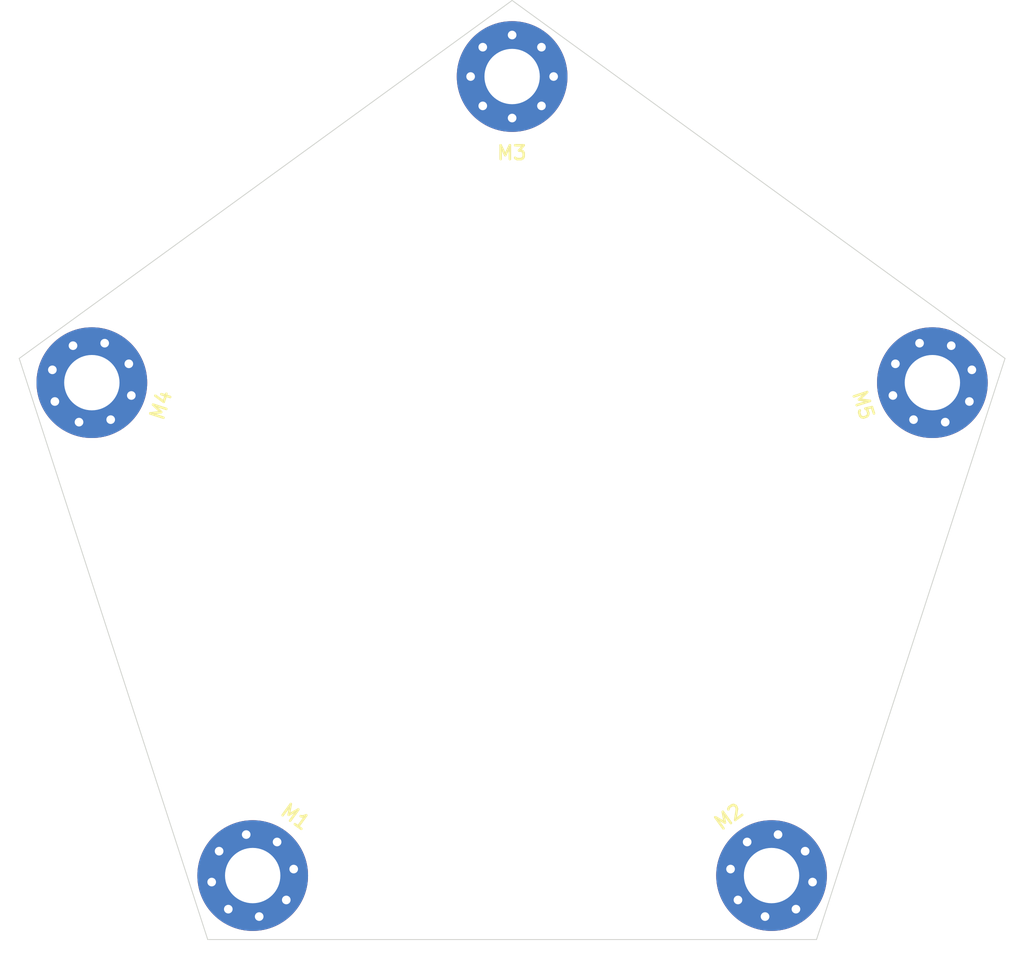
<source format=kicad_pcb>
(kicad_pcb (version 20171130) (host pcbnew 5.1.6-c6e7f7d~87~ubuntu18.04.1)

  (general
    (thickness 1.6)
    (drawings 5)
    (tracks 0)
    (zones 0)
    (modules 5)
    (nets 1)
  )

  (page A4)
  (layers
    (0 F.Cu signal)
    (31 B.Cu signal)
    (32 B.Adhes user)
    (33 F.Adhes user)
    (34 B.Paste user)
    (35 F.Paste user)
    (36 B.SilkS user)
    (37 F.SilkS user)
    (38 B.Mask user)
    (39 F.Mask user)
    (40 Dwgs.User user)
    (41 Cmts.User user)
    (42 Eco1.User user)
    (43 Eco2.User user)
    (44 Edge.Cuts user)
    (45 Margin user)
    (46 B.CrtYd user)
    (47 F.CrtYd user)
    (48 B.Fab user)
    (49 F.Fab user)
  )

  (setup
    (last_trace_width 0.25)
    (trace_clearance 0.2)
    (zone_clearance 0.508)
    (zone_45_only no)
    (trace_min 0.2)
    (via_size 0.8)
    (via_drill 0.4)
    (via_min_size 0.4)
    (via_min_drill 0.3)
    (uvia_size 0.3)
    (uvia_drill 0.1)
    (uvias_allowed no)
    (uvia_min_size 0.2)
    (uvia_min_drill 0.1)
    (edge_width 0.05)
    (segment_width 0.2)
    (pcb_text_width 0.3)
    (pcb_text_size 1.5 1.5)
    (mod_edge_width 0.12)
    (mod_text_size 1 1)
    (mod_text_width 0.15)
    (pad_size 1.524 1.524)
    (pad_drill 0.762)
    (pad_to_mask_clearance 0.05)
    (aux_axis_origin 0 0)
    (visible_elements FFFFFF7F)
    (pcbplotparams
      (layerselection 0x010fc_ffffffff)
      (usegerberextensions false)
      (usegerberattributes true)
      (usegerberadvancedattributes true)
      (creategerberjobfile true)
      (excludeedgelayer true)
      (linewidth 0.100000)
      (plotframeref false)
      (viasonmask false)
      (mode 1)
      (useauxorigin false)
      (hpglpennumber 1)
      (hpglpenspeed 20)
      (hpglpendiameter 15.000000)
      (psnegative false)
      (psa4output false)
      (plotreference true)
      (plotvalue true)
      (plotinvisibletext false)
      (padsonsilk false)
      (subtractmaskfromsilk false)
      (outputformat 1)
      (mirror false)
      (drillshape 0)
      (scaleselection 1)
      (outputdirectory "mountingplate"))
  )

  (net 0 "")

  (net_class Default "This is the default net class."
    (clearance 0.2)
    (trace_width 0.25)
    (via_dia 0.8)
    (via_drill 0.4)
    (uvia_dia 0.3)
    (uvia_drill 0.1)
  )

  (module MountingHole:MountingHole_3.2mm_M3_Pad_Via (layer F.Cu) (tedit 56DDBCCA) (tstamp 5F21FDAE)
    (at 100.84 90.048 324)
    (descr "Mounting Hole 3.2mm, M3")
    (tags "mounting hole 3.2mm m3")
    (path /5F2D35CC)
    (attr virtual)
    (fp_text reference M1 (at 0 -4.2 144) (layer F.SilkS)
      (effects (font (size 0.8 0.8) (thickness 0.15)))
    )
    (fp_text value GND (at 0 4.2 144) (layer F.Fab)
      (effects (font (size 1 1) (thickness 0.15)))
    )
    (fp_circle (center 0 0) (end 3.45 0) (layer F.CrtYd) (width 0.05))
    (fp_circle (center 0 0) (end 3.2 0) (layer Cmts.User) (width 0.15))
    (fp_text user %R (at 0.3 0 144) (layer F.Fab)
      (effects (font (size 1 1) (thickness 0.15)))
    )
    (pad 1 thru_hole circle (at 0 0 324) (size 6.4 6.4) (drill 3.2) (layers *.Cu *.Mask))
    (pad 1 thru_hole circle (at 2.4 0 324) (size 0.8 0.8) (drill 0.5) (layers *.Cu *.Mask))
    (pad 1 thru_hole circle (at 1.697056 1.697056 324) (size 0.8 0.8) (drill 0.5) (layers *.Cu *.Mask))
    (pad 1 thru_hole circle (at 0 2.4 324) (size 0.8 0.8) (drill 0.5) (layers *.Cu *.Mask))
    (pad 1 thru_hole circle (at -1.697056 1.697056 324) (size 0.8 0.8) (drill 0.5) (layers *.Cu *.Mask))
    (pad 1 thru_hole circle (at -2.4 0 324) (size 0.8 0.8) (drill 0.5) (layers *.Cu *.Mask))
    (pad 1 thru_hole circle (at -1.697056 -1.697056 324) (size 0.8 0.8) (drill 0.5) (layers *.Cu *.Mask))
    (pad 1 thru_hole circle (at 0 -2.4 324) (size 0.8 0.8) (drill 0.5) (layers *.Cu *.Mask))
    (pad 1 thru_hole circle (at 1.697056 -1.697056 324) (size 0.8 0.8) (drill 0.5) (layers *.Cu *.Mask))
  )

  (module MountingHole:MountingHole_3.2mm_M3_Pad_Via (layer F.Cu) (tedit 56DDBCCA) (tstamp 5F21FD7C)
    (at 130.84 90.048 36)
    (descr "Mounting Hole 3.2mm, M3")
    (tags "mounting hole 3.2mm m3")
    (path /5F2D6295)
    (attr virtual)
    (fp_text reference M2 (at 0 -4.2 36) (layer F.SilkS)
      (effects (font (size 0.8 0.8) (thickness 0.15)))
    )
    (fp_text value GND (at 0 4.2 36) (layer F.Fab)
      (effects (font (size 1 1) (thickness 0.15)))
    )
    (fp_circle (center 0 0) (end 3.2 0) (layer Cmts.User) (width 0.15))
    (fp_circle (center 0 0) (end 3.45 0) (layer F.CrtYd) (width 0.05))
    (fp_text user %R (at 0.3 0 36) (layer F.Fab)
      (effects (font (size 1 1) (thickness 0.15)))
    )
    (pad 1 thru_hole circle (at 1.697056 -1.697056 36) (size 0.8 0.8) (drill 0.5) (layers *.Cu *.Mask))
    (pad 1 thru_hole circle (at 0 -2.4 36) (size 0.8 0.8) (drill 0.5) (layers *.Cu *.Mask))
    (pad 1 thru_hole circle (at -1.697056 -1.697056 36) (size 0.8 0.8) (drill 0.5) (layers *.Cu *.Mask))
    (pad 1 thru_hole circle (at -2.4 0 36) (size 0.8 0.8) (drill 0.5) (layers *.Cu *.Mask))
    (pad 1 thru_hole circle (at -1.697056 1.697056 36) (size 0.8 0.8) (drill 0.5) (layers *.Cu *.Mask))
    (pad 1 thru_hole circle (at 0 2.4 36) (size 0.8 0.8) (drill 0.5) (layers *.Cu *.Mask))
    (pad 1 thru_hole circle (at 1.697056 1.697056 36) (size 0.8 0.8) (drill 0.5) (layers *.Cu *.Mask))
    (pad 1 thru_hole circle (at 2.4 0 36) (size 0.8 0.8) (drill 0.5) (layers *.Cu *.Mask))
    (pad 1 thru_hole circle (at 0 0 36) (size 6.4 6.4) (drill 3.2) (layers *.Cu *.Mask))
  )

  (module MountingHole:MountingHole_3.2mm_M3_Pad_Via (layer F.Cu) (tedit 56DDBCCA) (tstamp 5F21FCBE)
    (at 115.84 43.848)
    (descr "Mounting Hole 3.2mm, M3")
    (tags "mounting hole 3.2mm m3")
    (path /5F2D6CE4)
    (attr virtual)
    (fp_text reference M3 (at -0.016 4.412) (layer F.SilkS)
      (effects (font (size 0.8 0.8) (thickness 0.15)))
    )
    (fp_text value GND (at 4.5 0.6 72) (layer F.Fab)
      (effects (font (size 1 1) (thickness 0.15)))
    )
    (fp_circle (center 0 0) (end 3.2 0) (layer Cmts.User) (width 0.15))
    (fp_circle (center 0 0) (end 3.45 0) (layer F.CrtYd) (width 0.05))
    (fp_text user %R (at 0.3 0) (layer F.Fab)
      (effects (font (size 1 1) (thickness 0.15)))
    )
    (pad 1 thru_hole circle (at 1.697056 -1.697056) (size 0.8 0.8) (drill 0.5) (layers *.Cu *.Mask))
    (pad 1 thru_hole circle (at 0 -2.4) (size 0.8 0.8) (drill 0.5) (layers *.Cu *.Mask))
    (pad 1 thru_hole circle (at -1.697056 -1.697056) (size 0.8 0.8) (drill 0.5) (layers *.Cu *.Mask))
    (pad 1 thru_hole circle (at -2.4 0) (size 0.8 0.8) (drill 0.5) (layers *.Cu *.Mask))
    (pad 1 thru_hole circle (at -1.697056 1.697056) (size 0.8 0.8) (drill 0.5) (layers *.Cu *.Mask))
    (pad 1 thru_hole circle (at 0 2.4) (size 0.8 0.8) (drill 0.5) (layers *.Cu *.Mask))
    (pad 1 thru_hole circle (at 1.697056 1.697056) (size 0.8 0.8) (drill 0.5) (layers *.Cu *.Mask))
    (pad 1 thru_hole circle (at 2.4 0) (size 0.8 0.8) (drill 0.5) (layers *.Cu *.Mask))
    (pad 1 thru_hole circle (at 0 0) (size 6.4 6.4) (drill 3.2) (layers *.Cu *.Mask))
  )

  (module MountingHole:MountingHole_3.2mm_M3_Pad_Via (layer F.Cu) (tedit 56DDBCCA) (tstamp 5F21FA97)
    (at 140.14 61.548 108)
    (descr "Mounting Hole 3.2mm, M3")
    (tags "mounting hole 3.2mm m3")
    (path /5F2D8564)
    (attr virtual)
    (fp_text reference M5 (at 0 -4.2 108) (layer F.SilkS)
      (effects (font (size 0.8 0.8) (thickness 0.15)))
    )
    (fp_text value GND (at 0 4.2 108) (layer F.Fab)
      (effects (font (size 1 1) (thickness 0.15)))
    )
    (fp_circle (center 0 0) (end 3.2 0) (layer Cmts.User) (width 0.15))
    (fp_circle (center 0 0) (end 3.45 0) (layer F.CrtYd) (width 0.05))
    (fp_text user %R (at 0.3 0 108) (layer F.Fab)
      (effects (font (size 1 1) (thickness 0.15)))
    )
    (pad 1 thru_hole circle (at 1.697056 -1.697056 108) (size 0.8 0.8) (drill 0.5) (layers *.Cu *.Mask))
    (pad 1 thru_hole circle (at 0 -2.4 108) (size 0.8 0.8) (drill 0.5) (layers *.Cu *.Mask))
    (pad 1 thru_hole circle (at -1.697056 -1.697056 108) (size 0.8 0.8) (drill 0.5) (layers *.Cu *.Mask))
    (pad 1 thru_hole circle (at -2.4 0 108) (size 0.8 0.8) (drill 0.5) (layers *.Cu *.Mask))
    (pad 1 thru_hole circle (at -1.697056 1.697056 108) (size 0.8 0.8) (drill 0.5) (layers *.Cu *.Mask))
    (pad 1 thru_hole circle (at 0 2.4 108) (size 0.8 0.8) (drill 0.5) (layers *.Cu *.Mask))
    (pad 1 thru_hole circle (at 1.697056 1.697056 108) (size 0.8 0.8) (drill 0.5) (layers *.Cu *.Mask))
    (pad 1 thru_hole circle (at 2.4 0 108) (size 0.8 0.8) (drill 0.5) (layers *.Cu *.Mask))
    (pad 1 thru_hole circle (at 0 0 108) (size 6.4 6.4) (drill 3.2) (layers *.Cu *.Mask))
  )

  (module MountingHole:MountingHole_3.2mm_M3_Pad_Via (layer F.Cu) (tedit 56DDBCCA) (tstamp 5F21FA40)
    (at 91.54 61.548 252)
    (descr "Mounting Hole 3.2mm, M3")
    (tags "mounting hole 3.2mm m3")
    (path /5F2D7929)
    (attr virtual)
    (fp_text reference M4 (at 0 -4.2 72) (layer F.SilkS)
      (effects (font (size 0.8 0.8) (thickness 0.15)))
    )
    (fp_text value GND (at 0 4.2 72) (layer F.Fab)
      (effects (font (size 1 1) (thickness 0.15)))
    )
    (fp_circle (center 0 0) (end 3.45 0) (layer F.CrtYd) (width 0.05))
    (fp_circle (center 0 0) (end 3.2 0) (layer Cmts.User) (width 0.15))
    (fp_text user %R (at 0.3 0 72) (layer F.Fab)
      (effects (font (size 1 1) (thickness 0.15)))
    )
    (pad 1 thru_hole circle (at 0 0 252) (size 6.4 6.4) (drill 3.2) (layers *.Cu *.Mask))
    (pad 1 thru_hole circle (at 2.4 0 252) (size 0.8 0.8) (drill 0.5) (layers *.Cu *.Mask))
    (pad 1 thru_hole circle (at 1.697056 1.697056 252) (size 0.8 0.8) (drill 0.5) (layers *.Cu *.Mask))
    (pad 1 thru_hole circle (at 0 2.4 252) (size 0.8 0.8) (drill 0.5) (layers *.Cu *.Mask))
    (pad 1 thru_hole circle (at -1.697056 1.697056 252) (size 0.8 0.8) (drill 0.5) (layers *.Cu *.Mask))
    (pad 1 thru_hole circle (at -2.4 0 252) (size 0.8 0.8) (drill 0.5) (layers *.Cu *.Mask))
    (pad 1 thru_hole circle (at -1.697056 -1.697056 252) (size 0.8 0.8) (drill 0.5) (layers *.Cu *.Mask))
    (pad 1 thru_hole circle (at 0 -2.4 252) (size 0.8 0.8) (drill 0.5) (layers *.Cu *.Mask))
    (pad 1 thru_hole circle (at 1.697056 -1.697056 252) (size 0.8 0.8) (drill 0.5) (layers *.Cu *.Mask))
  )

  (gr_line (start 87.34 60.148) (end 98.24 93.748) (layer Edge.Cuts) (width 0.05) (tstamp 5F21FD06))
  (gr_line (start 133.44 93.748) (end 144.34 60.148) (layer Edge.Cuts) (width 0.05) (tstamp 5F21FD05))
  (gr_line (start 98.24 93.748) (end 133.44 93.748) (layer Edge.Cuts) (width 0.05) (tstamp 5F21FD04))
  (gr_line (start 144.34 60.148) (end 115.84 39.448) (layer Edge.Cuts) (width 0.05) (tstamp 5F21FD03))
  (gr_line (start 115.84 39.448) (end 87.34 60.148) (layer Edge.Cuts) (width 0.05) (tstamp 5F21FD02))

)

</source>
